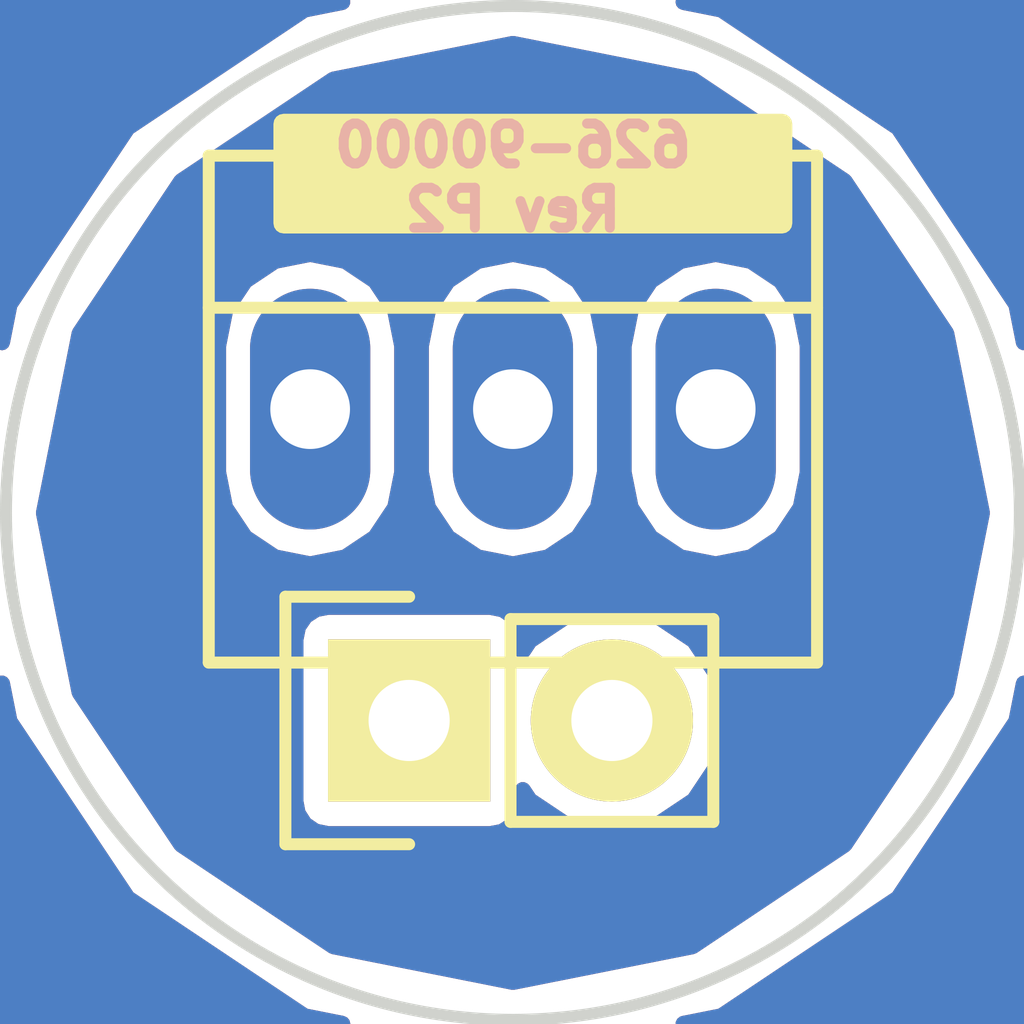
<source format=kicad_pcb>
(kicad_pcb (version 4) (host pcbnew 4.0.1-stable)

  (general
    (links 0)
    (no_connects 0)
    (area 123.5 98.5 136.500001 111.500001)
    (thickness 1.6)
    (drawings 2)
    (tracks 0)
    (zones 0)
    (modules 2)
    (nets 6)
  )

  (page A4)
  (layers
    (0 F.Cu signal hide)
    (31 B.Cu signal hide)
    (32 B.Adhes user)
    (33 F.Adhes user)
    (34 B.Paste user)
    (35 F.Paste user)
    (36 B.SilkS user)
    (37 F.SilkS user)
    (38 B.Mask user)
    (39 F.Mask user)
    (40 Dwgs.User user)
    (41 Cmts.User user)
    (42 Eco1.User user)
    (43 Eco2.User user)
    (44 Edge.Cuts user)
    (45 Margin user)
    (46 B.CrtYd user)
    (47 F.CrtYd user)
    (48 B.Fab user)
    (49 F.Fab user)
  )

  (setup
    (last_trace_width 0.25)
    (trace_clearance 0.2)
    (zone_clearance 0.3)
    (zone_45_only no)
    (trace_min 0.2)
    (segment_width 0.2)
    (edge_width 0.15)
    (via_size 0.6)
    (via_drill 0.4)
    (via_min_size 0.4)
    (via_min_drill 0.3)
    (uvia_size 0.3)
    (uvia_drill 0.1)
    (uvias_allowed no)
    (uvia_min_size 0.2)
    (uvia_min_drill 0.1)
    (pcb_text_width 0.3)
    (pcb_text_size 1.5 1.5)
    (mod_edge_width 0.15)
    (mod_text_size 1 1)
    (mod_text_width 0.15)
    (pad_size 1.524 1.524)
    (pad_drill 0.762)
    (pad_to_mask_clearance 0.2)
    (aux_axis_origin 0 0)
    (visible_elements FFFFFFFF)
    (pcbplotparams
      (layerselection 0x010f0_80000001)
      (usegerberextensions true)
      (excludeedgelayer true)
      (linewidth 0.100000)
      (plotframeref false)
      (viasonmask false)
      (mode 1)
      (useauxorigin false)
      (hpglpennumber 1)
      (hpglpenspeed 20)
      (hpglpendiameter 15)
      (hpglpenoverlay 2)
      (psnegative false)
      (psa4output false)
      (plotreference true)
      (plotvalue true)
      (plotinvisibletext false)
      (padsonsilk false)
      (subtractmaskfromsilk false)
      (outputformat 1)
      (mirror false)
      (drillshape 0)
      (scaleselection 1)
      (outputdirectory ../))
  )

  (net 0 "")
  (net 1 "Net-(P1-Pad1)")
  (net 2 "Net-(P1-Pad2)")
  (net 3 "Net-(U1-Pad1)")
  (net 4 "Net-(U1-Pad2)")
  (net 5 "Net-(U1-Pad3)")

  (net_class Default "This is the default net class."
    (clearance 0.2)
    (trace_width 0.25)
    (via_dia 0.6)
    (via_drill 0.4)
    (uvia_dia 0.3)
    (uvia_drill 0.1)
    (add_net "Net-(P1-Pad1)")
    (add_net "Net-(P1-Pad2)")
    (add_net "Net-(U1-Pad1)")
    (add_net "Net-(U1-Pad2)")
    (add_net "Net-(U1-Pad3)")
  )

  (module Socket_Strips:Socket_Strip_Straight_1x02 (layer F.Cu) (tedit 574F49E8) (tstamp 574F46B1)
    (at 128.7 107.6)
    (descr "Through hole socket strip")
    (tags "socket strip")
    (path /574F4068)
    (fp_text reference "" (at -3.3 -1.1) (layer F.SilkS)
      (effects (font (size 1 1) (thickness 0.15)))
    )
    (fp_text value "" (at 3 2.6) (layer F.Fab)
      (effects (font (size 1 1) (thickness 0.15)))
    )
    (fp_line (start -1.55 1.55) (end 0 1.55) (layer F.SilkS) (width 0.15))
    (fp_line (start 3.81 1.27) (end 1.27 1.27) (layer F.SilkS) (width 0.15))
    (fp_line (start -1.75 -1.75) (end -1.75 1.75) (layer F.CrtYd) (width 0.05))
    (fp_line (start 4.3 -1.75) (end 4.3 1.75) (layer F.CrtYd) (width 0.05))
    (fp_line (start -1.75 -1.75) (end 4.3 -1.75) (layer F.CrtYd) (width 0.05))
    (fp_line (start -1.75 1.75) (end 4.3 1.75) (layer F.CrtYd) (width 0.05))
    (fp_line (start 1.27 1.27) (end 1.27 -1.27) (layer F.SilkS) (width 0.15))
    (fp_line (start 0 -1.55) (end -1.55 -1.55) (layer F.SilkS) (width 0.15))
    (fp_line (start -1.55 -1.55) (end -1.55 1.55) (layer F.SilkS) (width 0.15))
    (fp_line (start 1.27 -1.27) (end 3.81 -1.27) (layer F.SilkS) (width 0.15))
    (fp_line (start 3.81 -1.27) (end 3.81 1.27) (layer F.SilkS) (width 0.15))
    (pad 1 thru_hole rect (at 0 0) (size 2.032 2.032) (drill 1.016) (layers *.Cu *.Mask F.SilkS)
      (net 1 "Net-(P1-Pad1)"))
    (pad 2 thru_hole oval (at 2.54 0) (size 2.032 2.032) (drill 1.016) (layers *.Cu *.Mask F.SilkS)
      (net 2 "Net-(P1-Pad2)"))
    (model Socket_Strips.3dshapes/Socket_Strip_Straight_1x02.wrl
      (at (xyz 0.05 0 0))
      (scale (xyz 1 1 1))
      (rotate (xyz 0 0 180))
    )
  )

  (module Connect:PINHEAD1-3 (layer F.Cu) (tedit 574F49DE) (tstamp 574F46B8)
    (at 130 103.7)
    (path /574F455D)
    (attr virtual)
    (fp_text reference "" (at -4.8 -2.45) (layer F.SilkS)
      (effects (font (size 1 1) (thickness 0.15)))
    )
    (fp_text value "" (at 1.4 -3.9) (layer F.Fab)
      (effects (font (size 1 1) (thickness 0.15)))
    )
    (fp_line (start -3.81 -3.175) (end -3.81 3.175) (layer F.SilkS) (width 0.15))
    (fp_line (start 3.81 -3.175) (end 3.81 3.175) (layer F.SilkS) (width 0.15))
    (fp_line (start 3.81 -1.27) (end -3.81 -1.27) (layer F.SilkS) (width 0.15))
    (fp_line (start -3.81 -3.175) (end 3.81 -3.175) (layer F.SilkS) (width 0.15))
    (fp_line (start 3.81 3.175) (end -3.81 3.175) (layer F.SilkS) (width 0.15))
    (pad 1 thru_hole oval (at -2.54 0) (size 1.50622 3.01498) (drill 0.99822) (layers *.Cu *.Mask)
      (net 3 "Net-(U1-Pad1)"))
    (pad 2 thru_hole oval (at 0 0) (size 1.50622 3.01498) (drill 0.99822) (layers *.Cu *.Mask)
      (net 4 "Net-(U1-Pad2)"))
    (pad 3 thru_hole oval (at 2.54 0) (size 1.50622 3.01498) (drill 0.99822) (layers *.Cu *.Mask)
      (net 5 "Net-(U1-Pad3)"))
  )

  (gr_text "626-90000\nRev P2" (at 130 100.8) (layer B.SilkS)
    (effects (font (size 0.5 0.5) (thickness 0.125)) (justify mirror))
  )
  (gr_circle (center 130 105) (end 136.35 105) (layer Edge.Cuts) (width 0.15))

  (zone (net 0) (net_name "") (layer F.Cu) (tstamp 574F4C90) (hatch edge 0.508)
    (connect_pads (clearance 0.3))
    (min_thickness 0.2)
    (fill yes (arc_segments 16) (thermal_gap 0.508) (thermal_bridge_width 0.508))
    (polygon
      (pts
        (xy 136.5 111.5) (xy 123.5 111.5) (xy 123.5 98.5) (xy 136.5 98.5) (xy 136.5 111.5)
      )
    )
    (filled_polygon
      (pts
        (xy 123.694522 107.611814) (xy 125.173996 109.826004) (xy 127.388186 111.305478) (xy 127.86338 111.4) (xy 123.6 111.4)
        (xy 123.6 107.13662)
      )
    )
    (filled_polygon
      (pts
        (xy 136.4 111.4) (xy 132.13662 111.4) (xy 132.611814 111.305478) (xy 134.826004 109.826004) (xy 136.305478 107.611814)
        (xy 136.4 107.13662)
      )
    )
    (filled_polygon
      (pts
        (xy 132.248265 99.572208) (xy 134.154252 100.845748) (xy 135.427792 102.751735) (xy 135.875 105) (xy 135.427792 107.248265)
        (xy 134.154252 109.154252) (xy 132.248265 110.427792) (xy 130 110.875) (xy 127.751735 110.427792) (xy 125.845748 109.154252)
        (xy 124.572208 107.248265) (xy 124.440078 106.584) (xy 127.276164 106.584) (xy 127.276164 108.616) (xy 127.304056 108.764231)
        (xy 127.39166 108.900372) (xy 127.525329 108.991704) (xy 127.684 109.023836) (xy 129.716 109.023836) (xy 129.864231 108.995944)
        (xy 130.000372 108.90834) (xy 130.091704 108.774671) (xy 130.123836 108.616) (xy 130.123836 108.470819) (xy 130.210996 108.601263)
        (xy 130.670379 108.908213) (xy 131.212259 109.016) (xy 131.267741 109.016) (xy 131.809621 108.908213) (xy 132.269004 108.601263)
        (xy 132.575954 108.14188) (xy 132.683741 107.6) (xy 132.575954 107.05812) (xy 132.269004 106.598737) (xy 131.809621 106.291787)
        (xy 131.267741 106.184) (xy 131.212259 106.184) (xy 130.670379 106.291787) (xy 130.210996 106.598737) (xy 130.123836 106.729181)
        (xy 130.123836 106.584) (xy 130.095944 106.435769) (xy 130.00834 106.299628) (xy 129.874671 106.208296) (xy 129.716 106.176164)
        (xy 127.684 106.176164) (xy 127.535769 106.204056) (xy 127.399628 106.29166) (xy 127.308296 106.425329) (xy 127.276164 106.584)
        (xy 124.440078 106.584) (xy 124.125 105) (xy 124.541075 102.90825) (xy 126.30689 102.90825) (xy 126.30689 104.49175)
        (xy 126.394665 104.933026) (xy 126.644628 105.307122) (xy 127.018724 105.557085) (xy 127.46 105.64486) (xy 127.901276 105.557085)
        (xy 128.275372 105.307122) (xy 128.525335 104.933026) (xy 128.61311 104.49175) (xy 128.61311 102.90825) (xy 128.84689 102.90825)
        (xy 128.84689 104.49175) (xy 128.934665 104.933026) (xy 129.184628 105.307122) (xy 129.558724 105.557085) (xy 130 105.64486)
        (xy 130.441276 105.557085) (xy 130.815372 105.307122) (xy 131.065335 104.933026) (xy 131.15311 104.49175) (xy 131.15311 102.90825)
        (xy 131.38689 102.90825) (xy 131.38689 104.49175) (xy 131.474665 104.933026) (xy 131.724628 105.307122) (xy 132.098724 105.557085)
        (xy 132.54 105.64486) (xy 132.981276 105.557085) (xy 133.355372 105.307122) (xy 133.605335 104.933026) (xy 133.69311 104.49175)
        (xy 133.69311 102.90825) (xy 133.605335 102.466974) (xy 133.355372 102.092878) (xy 132.981276 101.842915) (xy 132.54 101.75514)
        (xy 132.098724 101.842915) (xy 131.724628 102.092878) (xy 131.474665 102.466974) (xy 131.38689 102.90825) (xy 131.15311 102.90825)
        (xy 131.065335 102.466974) (xy 130.815372 102.092878) (xy 130.441276 101.842915) (xy 130 101.75514) (xy 129.558724 101.842915)
        (xy 129.184628 102.092878) (xy 128.934665 102.466974) (xy 128.84689 102.90825) (xy 128.61311 102.90825) (xy 128.525335 102.466974)
        (xy 128.275372 102.092878) (xy 127.901276 101.842915) (xy 127.46 101.75514) (xy 127.018724 101.842915) (xy 126.644628 102.092878)
        (xy 126.394665 102.466974) (xy 126.30689 102.90825) (xy 124.541075 102.90825) (xy 124.572208 102.751735) (xy 125.845748 100.845748)
        (xy 127.751735 99.572208) (xy 130 99.125)
      )
    )
    (filled_polygon
      (pts
        (xy 127.388186 98.694522) (xy 125.173996 100.173996) (xy 123.694522 102.388186) (xy 123.6 102.86338) (xy 123.6 98.6)
        (xy 127.86338 98.6)
      )
    )
    (filled_polygon
      (pts
        (xy 136.4 102.86338) (xy 136.305478 102.388186) (xy 134.826004 100.173996) (xy 132.611814 98.694522) (xy 132.13662 98.6)
        (xy 136.4 98.6)
      )
    )
  )
  (zone (net 0) (net_name "") (layer B.Cu) (tstamp 574F4CCF) (hatch edge 0.508)
    (connect_pads (clearance 0.3))
    (min_thickness 0.2)
    (fill yes (arc_segments 16) (thermal_gap 0.508) (thermal_bridge_width 0.508))
    (polygon
      (pts
        (xy 136.5 111.5) (xy 123.5 111.5) (xy 123.5 98.5) (xy 136.5 98.5) (xy 136.5 111.5)
      )
    )
    (filled_polygon
      (pts
        (xy 123.694522 107.611814) (xy 125.173996 109.826004) (xy 127.388186 111.305478) (xy 127.86338 111.4) (xy 123.6 111.4)
        (xy 123.6 107.13662)
      )
    )
    (filled_polygon
      (pts
        (xy 136.4 111.4) (xy 132.13662 111.4) (xy 132.611814 111.305478) (xy 134.826004 109.826004) (xy 136.305478 107.611814)
        (xy 136.4 107.13662)
      )
    )
    (filled_polygon
      (pts
        (xy 132.248265 99.572208) (xy 134.154252 100.845748) (xy 135.427792 102.751735) (xy 135.875 105) (xy 135.427792 107.248265)
        (xy 134.154252 109.154252) (xy 132.248265 110.427792) (xy 130 110.875) (xy 127.751735 110.427792) (xy 125.845748 109.154252)
        (xy 124.572208 107.248265) (xy 124.440078 106.584) (xy 127.276164 106.584) (xy 127.276164 108.616) (xy 127.304056 108.764231)
        (xy 127.39166 108.900372) (xy 127.525329 108.991704) (xy 127.684 109.023836) (xy 129.716 109.023836) (xy 129.864231 108.995944)
        (xy 130.000372 108.90834) (xy 130.091704 108.774671) (xy 130.123836 108.616) (xy 130.123836 108.470819) (xy 130.210996 108.601263)
        (xy 130.670379 108.908213) (xy 131.212259 109.016) (xy 131.267741 109.016) (xy 131.809621 108.908213) (xy 132.269004 108.601263)
        (xy 132.575954 108.14188) (xy 132.683741 107.6) (xy 132.575954 107.05812) (xy 132.269004 106.598737) (xy 131.809621 106.291787)
        (xy 131.267741 106.184) (xy 131.212259 106.184) (xy 130.670379 106.291787) (xy 130.210996 106.598737) (xy 130.123836 106.729181)
        (xy 130.123836 106.584) (xy 130.095944 106.435769) (xy 130.00834 106.299628) (xy 129.874671 106.208296) (xy 129.716 106.176164)
        (xy 127.684 106.176164) (xy 127.535769 106.204056) (xy 127.399628 106.29166) (xy 127.308296 106.425329) (xy 127.276164 106.584)
        (xy 124.440078 106.584) (xy 124.125 105) (xy 124.541075 102.90825) (xy 126.30689 102.90825) (xy 126.30689 104.49175)
        (xy 126.394665 104.933026) (xy 126.644628 105.307122) (xy 127.018724 105.557085) (xy 127.46 105.64486) (xy 127.901276 105.557085)
        (xy 128.275372 105.307122) (xy 128.525335 104.933026) (xy 128.61311 104.49175) (xy 128.61311 102.90825) (xy 128.84689 102.90825)
        (xy 128.84689 104.49175) (xy 128.934665 104.933026) (xy 129.184628 105.307122) (xy 129.558724 105.557085) (xy 130 105.64486)
        (xy 130.441276 105.557085) (xy 130.815372 105.307122) (xy 131.065335 104.933026) (xy 131.15311 104.49175) (xy 131.15311 102.90825)
        (xy 131.38689 102.90825) (xy 131.38689 104.49175) (xy 131.474665 104.933026) (xy 131.724628 105.307122) (xy 132.098724 105.557085)
        (xy 132.54 105.64486) (xy 132.981276 105.557085) (xy 133.355372 105.307122) (xy 133.605335 104.933026) (xy 133.69311 104.49175)
        (xy 133.69311 102.90825) (xy 133.605335 102.466974) (xy 133.355372 102.092878) (xy 132.981276 101.842915) (xy 132.54 101.75514)
        (xy 132.098724 101.842915) (xy 131.724628 102.092878) (xy 131.474665 102.466974) (xy 131.38689 102.90825) (xy 131.15311 102.90825)
        (xy 131.065335 102.466974) (xy 130.815372 102.092878) (xy 130.441276 101.842915) (xy 130 101.75514) (xy 129.558724 101.842915)
        (xy 129.184628 102.092878) (xy 128.934665 102.466974) (xy 128.84689 102.90825) (xy 128.61311 102.90825) (xy 128.525335 102.466974)
        (xy 128.275372 102.092878) (xy 127.901276 101.842915) (xy 127.46 101.75514) (xy 127.018724 101.842915) (xy 126.644628 102.092878)
        (xy 126.394665 102.466974) (xy 126.30689 102.90825) (xy 124.541075 102.90825) (xy 124.572208 102.751735) (xy 125.845748 100.845748)
        (xy 127.751735 99.572208) (xy 130 99.125)
      )
    )
    (filled_polygon
      (pts
        (xy 127.388186 98.694522) (xy 125.173996 100.173996) (xy 123.694522 102.388186) (xy 123.6 102.86338) (xy 123.6 98.6)
        (xy 127.86338 98.6)
      )
    )
    (filled_polygon
      (pts
        (xy 136.4 102.86338) (xy 136.305478 102.388186) (xy 134.826004 100.173996) (xy 132.611814 98.694522) (xy 132.13662 98.6)
        (xy 136.4 98.6)
      )
    )
  )
  (zone (net 0) (net_name "") (layer F.SilkS) (tstamp 5775517F) (hatch edge 0.508)
    (connect_pads (clearance 0.3))
    (min_thickness 0.254)
    (fill yes (arc_segments 16) (thermal_gap 0.508) (thermal_bridge_width 0.508))
    (polygon
      (pts
        (xy 133.5 101.5) (xy 127 101.5) (xy 127 100) (xy 133.5 100) (xy 133.5 101.5)
      )
    )
    (filled_polygon
      (pts
        (xy 133.373 101.373) (xy 127.127 101.373) (xy 127.127 100.127) (xy 133.373 100.127)
      )
    )
  )
)

</source>
